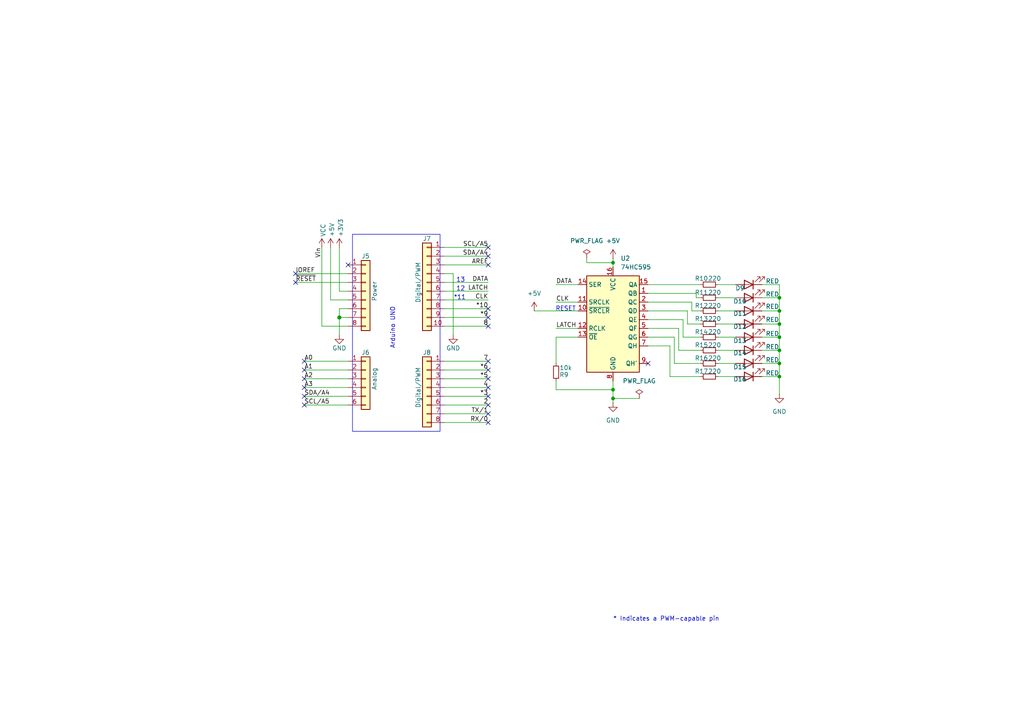
<source format=kicad_sch>
(kicad_sch (version 20231120) (generator "eeschema") (generator_version "8.0")
  (paper "A4")
  (title_block (date "mar. 31 mars 2015"))
  (lib_symbols
    (symbol "+5V_1" (power) (pin_numbers hide) (pin_names (offset 0) hide)
      (property "Value" "+5V" (at 0 3.556 0))
      (symbol "+5V_1_0_1"
        (polyline (pts (xy -0.762 1.27) (xy 0 2.54)))
        (polyline (pts (xy 0 0) (xy 0 2.54)))
        (polyline (pts (xy 0 2.54) (xy 0.762 1.27)))
      )
      (symbol "+5V_1_1_1"
        (pin power_in line (at 0 0 90) (length 0) (name "~") (number "1"))
      )
    )
    (symbol "+5V_2" (power) (pin_numbers hide) (pin_names (offset 0) hide)
      (property "Value" "+5V" (at 0 3.556 0))
      (symbol "+5V_2_0_1"
        (polyline (pts (xy -0.762 1.27) (xy 0 2.54)))
        (polyline (pts (xy 0 0) (xy 0 2.54)))
        (polyline (pts (xy 0 2.54) (xy 0.762 1.27)))
      )
      (symbol "+5V_2_1_1"
        (pin power_in line (at 0 0 90) (length 0) (name "~") (number "1"))
      )
    )
    (symbol "74xx:74HC595"
      (property "Reference" "U" (at -7.62 13.97 0))
      (property "Value" "74HC595" (at -7.62 -16.51 0))
      (symbol "74HC595_1_0"
        (pin tri_state line (at 10.16 7.62 180) (length 2.54) (name "QB") (number "1"))
        (pin input line (at -10.16 2.54 0) (length 2.54) (name "~{SRCLR}") (number "10"))
        (pin input line (at -10.16 5.08 0) (length 2.54) (name "SRCLK") (number "11"))
        (pin input line (at -10.16 -2.54 0) (length 2.54) (name "RCLK") (number "12"))
        (pin input line (at -10.16 -5.08 0) (length 2.54) (name "~{OE}") (number "13"))
        (pin input line (at -10.16 10.16 0) (length 2.54) (name "SER") (number "14"))
        (pin tri_state line (at 10.16 10.16 180) (length 2.54) (name "QA") (number "15"))
        (pin power_in line (at 0 15.24 270) (length 2.54) (name "VCC") (number "16"))
        (pin tri_state line (at 10.16 5.08 180) (length 2.54) (name "QC") (number "2"))
        (pin tri_state line (at 10.16 2.54 180) (length 2.54) (name "QD") (number "3"))
        (pin tri_state line (at 10.16 0 180) (length 2.54) (name "QE") (number "4"))
        (pin tri_state line (at 10.16 -2.54 180) (length 2.54) (name "QF") (number "5"))
        (pin tri_state line (at 10.16 -5.08 180) (length 2.54) (name "QG") (number "6"))
        (pin tri_state line (at 10.16 -7.62 180) (length 2.54) (name "QH") (number "7"))
        (pin power_in line (at 0 -17.78 90) (length 2.54) (name "GND") (number "8"))
        (pin output line (at 10.16 -12.7 180) (length 2.54) (name "QH'") (number "9"))
      )
      (symbol "74HC595_1_1"
        (rectangle (start -7.62 12.7) (end 7.62 -15.24) (stroke (width 0.254)) (fill (type background)))
      )
    )
    (symbol "Connector_Generic:Conn_01x06" (pin_names (offset 1.016) hide)
      (property "Reference" "J" (at 0 7.62 0))
      (property "Value" "Conn_01x06" (at 0 -10.16 0))
      (symbol "Conn_01x06_1_1"
        (rectangle (start -1.27 -7.493) (end 0 -7.747) (stroke (width 0.1524)))
        (rectangle (start -1.27 -4.953) (end 0 -5.207) (stroke (width 0.1524)))
        (rectangle (start -1.27 -2.413) (end 0 -2.667) (stroke (width 0.1524)))
        (rectangle (start -1.27 0.127) (end 0 -0.127) (stroke (width 0.1524)))
        (rectangle (start -1.27 2.667) (end 0 2.413) (stroke (width 0.1524)))
        (rectangle (start -1.27 5.207) (end 0 4.953) (stroke (width 0.1524)))
        (rectangle (start -1.27 6.35) (end 1.27 -8.89) (stroke (width 0.254)) (fill (type background)))
        (pin passive line (at -5.08 5.08 0) (length 3.81) (name "Pin_1") (number "1"))
        (pin passive line (at -5.08 2.54 0) (length 3.81) (name "Pin_2") (number "2"))
        (pin passive line (at -5.08 0 0) (length 3.81) (name "Pin_3") (number "3"))
        (pin passive line (at -5.08 -2.54 0) (length 3.81) (name "Pin_4") (number "4"))
        (pin passive line (at -5.08 -5.08 0) (length 3.81) (name "Pin_5") (number "5"))
        (pin passive line (at -5.08 -7.62 0) (length 3.81) (name "Pin_6") (number "6"))
      )
    )
    (symbol "Connector_Generic:Conn_01x08" (pin_names (offset 1.016) hide)
      (property "Reference" "J" (at 0 10.16 0))
      (property "Value" "Conn_01x08" (at 0 -12.7 0))
      (symbol "Conn_01x08_1_1"
        (rectangle (start -1.27 -10.033) (end 0 -10.287) (stroke (width 0.1524)))
        (rectangle (start -1.27 -7.493) (end 0 -7.747) (stroke (width 0.1524)))
        (rectangle (start -1.27 -4.953) (end 0 -5.207) (stroke (width 0.1524)))
        (rectangle (start -1.27 -2.413) (end 0 -2.667) (stroke (width 0.1524)))
        (rectangle (start -1.27 0.127) (end 0 -0.127) (stroke (width 0.1524)))
        (rectangle (start -1.27 2.667) (end 0 2.413) (stroke (width 0.1524)))
        (rectangle (start -1.27 5.207) (end 0 4.953) (stroke (width 0.1524)))
        (rectangle (start -1.27 7.747) (end 0 7.493) (stroke (width 0.1524)))
        (rectangle (start -1.27 8.89) (end 1.27 -11.43) (stroke (width 0.254)) (fill (type background)))
        (pin passive line (at -5.08 7.62 0) (length 3.81) (name "Pin_1") (number "1"))
        (pin passive line (at -5.08 5.08 0) (length 3.81) (name "Pin_2") (number "2"))
        (pin passive line (at -5.08 2.54 0) (length 3.81) (name "Pin_3") (number "3"))
        (pin passive line (at -5.08 0 0) (length 3.81) (name "Pin_4") (number "4"))
        (pin passive line (at -5.08 -2.54 0) (length 3.81) (name "Pin_5") (number "5"))
        (pin passive line (at -5.08 -5.08 0) (length 3.81) (name "Pin_6") (number "6"))
        (pin passive line (at -5.08 -7.62 0) (length 3.81) (name "Pin_7") (number "7"))
        (pin passive line (at -5.08 -10.16 0) (length 3.81) (name "Pin_8") (number "8"))
      )
    )
    (symbol "Connector_Generic:Conn_01x10" (pin_names (offset 1.016) hide)
      (property "Reference" "J" (at 0 12.7 0))
      (property "Value" "Conn_01x10" (at 0 -15.24 0))
      (symbol "Conn_01x10_1_1"
        (rectangle (start -1.27 -12.573) (end 0 -12.827) (stroke (width 0.1524)))
        (rectangle (start -1.27 -10.033) (end 0 -10.287) (stroke (width 0.1524)))
        (rectangle (start -1.27 -7.493) (end 0 -7.747) (stroke (width 0.1524)))
        (rectangle (start -1.27 -4.953) (end 0 -5.207) (stroke (width 0.1524)))
        (rectangle (start -1.27 -2.413) (end 0 -2.667) (stroke (width 0.1524)))
        (rectangle (start -1.27 0.127) (end 0 -0.127) (stroke (width 0.1524)))
        (rectangle (start -1.27 2.667) (end 0 2.413) (stroke (width 0.1524)))
        (rectangle (start -1.27 5.207) (end 0 4.953) (stroke (width 0.1524)))
        (rectangle (start -1.27 7.747) (end 0 7.493) (stroke (width 0.1524)))
        (rectangle (start -1.27 10.287) (end 0 10.033) (stroke (width 0.1524)))
        (rectangle (start -1.27 11.43) (end 1.27 -13.97) (stroke (width 0.254)) (fill (type background)))
        (pin passive line (at -5.08 10.16 0) (length 3.81) (name "Pin_1") (number "1"))
        (pin passive line (at -5.08 -12.7 0) (length 3.81) (name "Pin_10") (number "10"))
        (pin passive line (at -5.08 7.62 0) (length 3.81) (name "Pin_2") (number "2"))
        (pin passive line (at -5.08 5.08 0) (length 3.81) (name "Pin_3") (number "3"))
        (pin passive line (at -5.08 2.54 0) (length 3.81) (name "Pin_4") (number "4"))
        (pin passive line (at -5.08 0 0) (length 3.81) (name "Pin_5") (number "5"))
        (pin passive line (at -5.08 -2.54 0) (length 3.81) (name "Pin_6") (number "6"))
        (pin passive line (at -5.08 -5.08 0) (length 3.81) (name "Pin_7") (number "7"))
        (pin passive line (at -5.08 -7.62 0) (length 3.81) (name "Pin_8") (number "8"))
        (pin passive line (at -5.08 -10.16 0) (length 3.81) (name "Pin_9") (number "9"))
      )
    )
    (symbol "Device:LED" (pin_numbers hide) (pin_names (offset 1.016) hide)
      (property "Reference" "D" (at 0 2.54 0))
      (property "Value" "LED" (at 0 -2.54 0))
      (symbol "LED_0_1"
        (polyline (pts (xy -1.27 -1.27) (xy -1.27 1.27)) (stroke (width 0.254)))
        (polyline (pts (xy -1.27 0) (xy 1.27 0)))
        (polyline (pts (xy 1.27 -1.27) (xy 1.27 1.27) (xy -1.27 0) (xy 1.27 -1.27)) (stroke (width 0.254)))
        (polyline (pts (xy -3.048 -0.762) (xy -4.572 -2.286) (xy -3.81 -2.286) (xy -4.572 -2.286) (xy -4.572 -1.524)))
        (polyline (pts (xy -1.778 -0.762) (xy -3.302 -2.286) (xy -2.54 -2.286) (xy -3.302 -2.286) (xy -3.302 -1.524)))
      )
      (symbol "LED_1_1"
        (pin passive line (at -3.81 0 0) (length 2.54) (name "K") (number "1"))
        (pin passive line (at 3.81 0 180) (length 2.54) (name "A") (number "2"))
      )
    )
    (symbol "Device:R_Small" (pin_numbers hide) (pin_names (offset 0.254) hide)
      (property "Reference" "R" (at 0.762 0.508 0))
      (property "Value" "R_Small" (at 0.762 -1.016 0))
      (symbol "R_Small_0_1"
        (rectangle (start -0.762 1.778) (end 0.762 -1.778) (stroke (width 0.2032)))
      )
      (symbol "R_Small_1_1"
        (pin passive line (at 0 2.54 270) (length 0.762) (name "~") (number "1"))
        (pin passive line (at 0 -2.54 90) (length 0.762) (name "~") (number "2"))
      )
    )
    (symbol "GND_2" (power) (pin_numbers hide) (pin_names (offset 0) hide)
      (property "Value" "GND" (at 0 -3.81 0))
      (symbol "GND_2_0_1"
        (polyline (pts (xy 0 0) (xy 0 -1.27) (xy 1.27 -1.27) (xy 0 -2.54) (xy -1.27 -1.27) (xy 0 -1.27)))
      )
      (symbol "GND_2_1_1"
        (pin power_in line (at 0 0 270) (length 0) (name "~") (number "1"))
      )
    )
    (symbol "power:+3V3" (power) (pin_names (offset 0))
      (property "Value" "+3V3" (at 0 3.556 0))
      (symbol "+3V3_0_1"
        (polyline (pts (xy -0.762 1.27) (xy 0 2.54)))
        (polyline (pts (xy 0 0) (xy 0 2.54)))
        (polyline (pts (xy 0 2.54) (xy 0.762 1.27)))
      )
      (symbol "+3V3_1_1"
        (pin power_in line (at 0 0 90) (length 0) hide (name "+3V3") (number "1"))
      )
    )
    (symbol "power:+5V" (power) (pin_names (offset 0))
      (property "Value" "+5V" (at 0 3.556 0))
      (symbol "+5V_0_1"
        (polyline (pts (xy -0.762 1.27) (xy 0 2.54)))
        (polyline (pts (xy 0 0) (xy 0 2.54)))
        (polyline (pts (xy 0 2.54) (xy 0.762 1.27)))
      )
      (symbol "+5V_1_1"
        (pin power_in line (at 0 0 90) (length 0) hide (name "+5V") (number "1"))
      )
    )
    (symbol "power:GND" (power) (pin_names (offset 0))
      (property "Value" "GND" (at 0 -3.81 0))
      (symbol "GND_0_1"
        (polyline (pts (xy 0 0) (xy 0 -1.27) (xy 1.27 -1.27) (xy 0 -2.54) (xy -1.27 -1.27) (xy 0 -1.27)))
      )
      (symbol "GND_1_1"
        (pin power_in line (at 0 0 270) (length 0) hide (name "GND") (number "1"))
      )
    )
    (symbol "power:PWR_FLAG" (power) (pin_numbers hide) (pin_names (offset 0) hide)
      (property "Value" "PWR_FLAG" (at 0 3.81 0))
      (symbol "PWR_FLAG_0_0"
        (pin power_out line (at 0 0 90) (length 0) (name "~") (number "1"))
      )
      (symbol "PWR_FLAG_0_1"
        (polyline (pts (xy 0 0) (xy 0 1.27) (xy -1.016 1.905) (xy 0 2.54) (xy 1.016 1.905) (xy 0 1.27)))
      )
    )
    (symbol "power:VCC" (power) (pin_names (offset 0))
      (property "Value" "VCC" (at 0 3.81 0))
      (symbol "VCC_0_1"
        (polyline (pts (xy -0.762 1.27) (xy 0 2.54)))
        (polyline (pts (xy 0 0) (xy 0 2.54)))
        (polyline (pts (xy 0 2.54) (xy 0.762 1.27)))
      )
      (symbol "VCC_1_1"
        (pin power_in line (at 0 0 90) (length 0) hide (name "VCC") (number "1"))
      )
    )
  )
  (junction (at 226.06 90.17))
  (junction (at 226.06 109.22))
  (junction (at 226.06 101.6))
  (junction (at 226.06 86.36))
  (junction (at 226.06 105.41))
  (junction (at 177.8 115.57))
  (junction (at 177.8 76.2))
  (junction (at 226.06 93.98))
  (junction (at 177.8 113.03))
  (junction (at 226.06 97.79))
  (junction (at 98.425 92.075) (diameter 1.016))
  (no_connect (at 88.265 117.475))
  (no_connect (at 141.605 117.475))
  (no_connect (at 141.605 76.835))
  (no_connect (at 88.265 109.855))
  (no_connect (at 141.605 94.615))
  (no_connect (at 141.605 92.075))
  (no_connect (at 141.605 74.295))
  (no_connect (at 141.605 114.935))
  (no_connect (at 88.265 107.315))
  (no_connect (at 187.96 105.41))
  (no_connect (at 141.605 107.315))
  (no_connect (at 88.265 114.935))
  (no_connect (at 141.605 120.015))
  (no_connect (at 141.605 109.855))
  (no_connect (at 141.605 112.395))
  (no_connect (at 85.725 81.915))
  (no_connect (at 88.265 104.775))
  (no_connect (at 100.965 76.835))
  (no_connect (at 141.605 104.775))
  (no_connect (at 141.605 89.535))
  (no_connect (at 88.265 112.395))
  (no_connect (at 141.605 122.555))
  (no_connect (at 141.605 71.755))
  (no_connect (at 85.725 79.375))
  (wire (pts (xy 177.8 115.57) (xy 185.42 115.57)))
  (wire (pts (xy 128.905 104.775) (xy 141.605 104.775)))
  (wire (pts (xy 98.425 92.075) (xy 98.425 97.155)))
  (wire (pts (xy 100.965 92.075) (xy 98.425 92.075)))
  (wire (pts (xy 161.29 110.49) (xy 161.29 113.03)))
  (wire (pts (xy 187.96 82.55) (xy 203.2 82.55)))
  (wire (pts (xy 208.28 97.79) (xy 213.36 97.79)))
  (wire (pts (xy 128.905 107.315) (xy 141.605 107.315)))
  (wire (pts (xy 93.345 94.615) (xy 93.345 71.755)))
  (wire (pts (xy 220.98 101.6) (xy 226.06 101.6)))
  (wire (pts (xy 199.39 93.98) (xy 203.2 93.98)))
  (wire (pts (xy 98.425 71.755) (xy 98.425 84.455)))
  (wire (pts (xy 128.905 86.995) (xy 141.605 86.995)))
  (wire (pts (xy 220.98 86.36) (xy 226.06 86.36)))
  (wire (pts (xy 100.965 104.775) (xy 88.265 104.775)))
  (wire (pts (xy 128.905 92.075) (xy 141.605 92.075)))
  (wire (pts (xy 131.445 79.375) (xy 131.445 97.155)))
  (wire (pts (xy 128.905 74.295) (xy 141.605 74.295)))
  (wire (pts (xy 128.905 122.555) (xy 141.605 122.555)))
  (wire (pts (xy 208.28 82.55) (xy 213.36 82.55)))
  (wire (pts (xy 220.98 90.17) (xy 226.06 90.17)))
  (wire (pts (xy 187.96 100.33) (xy 194.31 100.33)))
  (wire (pts (xy 208.28 105.41) (xy 213.36 105.41)))
  (wire (pts (xy 161.29 82.55) (xy 167.64 82.55)))
  (wire (pts (xy 226.06 109.22) (xy 226.06 114.3)))
  (wire (pts (xy 199.39 90.17) (xy 199.39 93.98)))
  (wire (pts (xy 196.85 95.25) (xy 196.85 101.6)))
  (wire (pts (xy 187.96 90.17) (xy 199.39 90.17)))
  (wire (pts (xy 201.93 86.36) (xy 203.2 86.36)))
  (wire (pts (xy 220.98 105.41) (xy 226.06 105.41)))
  (wire (pts (xy 194.31 109.22) (xy 203.2 109.22)))
  (wire (pts (xy 220.98 93.98) (xy 226.06 93.98)))
  (wire (pts (xy 161.29 87.63) (xy 167.64 87.63)))
  (wire (pts (xy 177.8 116.84) (xy 177.8 115.57)))
  (wire (pts (xy 226.06 82.55) (xy 226.06 86.36)))
  (wire (pts (xy 177.8 113.03) (xy 177.8 110.49)))
  (wire (pts (xy 100.965 94.615) (xy 93.345 94.615)))
  (wire (pts (xy 100.965 109.855) (xy 88.265 109.855)))
  (wire (pts (xy 187.96 95.25) (xy 196.85 95.25)))
  (wire (pts (xy 154.94 90.17) (xy 167.64 90.17)))
  (wire (pts (xy 170.18 76.2) (xy 177.8 76.2)))
  (wire (pts (xy 98.425 84.455) (xy 100.965 84.455)))
  (wire (pts (xy 220.98 82.55) (xy 226.06 82.55)))
  (wire (pts (xy 100.965 114.935) (xy 88.265 114.935)))
  (wire (pts (xy 187.96 92.71) (xy 198.12 92.71)))
  (wire (pts (xy 88.265 112.395) (xy 100.965 112.395)))
  (wire (pts (xy 161.29 97.79) (xy 161.29 105.41)))
  (wire (pts (xy 208.28 93.98) (xy 213.36 93.98)))
  (wire (pts (xy 128.905 71.755) (xy 141.605 71.755)))
  (wire (pts (xy 85.725 79.375) (xy 100.965 79.375)))
  (wire (pts (xy 128.905 81.915) (xy 141.605 81.915)))
  (wire (pts (xy 198.12 92.71) (xy 198.12 97.79)))
  (wire (pts (xy 220.98 97.79) (xy 226.06 97.79)))
  (wire (pts (xy 100.965 89.535) (xy 98.425 89.535)))
  (wire (pts (xy 195.58 105.41) (xy 203.2 105.41)))
  (wire (pts (xy 194.31 100.33) (xy 194.31 109.22)))
  (wire (pts (xy 128.905 120.015) (xy 141.605 120.015)))
  (wire (pts (xy 187.96 85.09) (xy 201.93 85.09)))
  (wire (pts (xy 200.66 90.17) (xy 203.2 90.17)))
  (wire (pts (xy 177.8 115.57) (xy 177.8 113.03)))
  (wire (pts (xy 88.265 107.315) (xy 100.965 107.315)))
  (wire (pts (xy 196.85 101.6) (xy 203.2 101.6)))
  (wire (pts (xy 98.425 89.535) (xy 98.425 92.075)))
  (wire (pts (xy 208.28 101.6) (xy 213.36 101.6)))
  (wire (pts (xy 88.265 117.475) (xy 100.965 117.475)))
  (wire (pts (xy 226.06 97.79) (xy 226.06 101.6)))
  (wire (pts (xy 161.29 95.25) (xy 167.64 95.25)))
  (wire (pts (xy 161.29 97.79) (xy 167.64 97.79)))
  (wire (pts (xy 187.96 87.63) (xy 200.66 87.63)))
  (wire (pts (xy 161.29 113.03) (xy 177.8 113.03)))
  (wire (pts (xy 226.06 101.6) (xy 226.06 105.41)))
  (wire (pts (xy 226.06 90.17) (xy 226.06 93.98)))
  (wire (pts (xy 128.905 117.475) (xy 141.605 117.475)))
  (wire (pts (xy 85.725 81.915) (xy 100.965 81.915)))
  (wire (pts (xy 177.8 74.93) (xy 177.8 76.2)))
  (wire (pts (xy 170.18 74.93) (xy 170.18 76.2)))
  (wire (pts (xy 198.12 97.79) (xy 203.2 97.79)))
  (wire (pts (xy 208.28 109.22) (xy 213.36 109.22)))
  (wire (pts (xy 128.905 94.615) (xy 141.605 94.615)))
  (wire (pts (xy 226.06 109.22) (xy 220.98 109.22)))
  (wire (pts (xy 128.905 76.835) (xy 141.605 76.835)))
  (wire (pts (xy 226.06 105.41) (xy 226.06 109.22)))
  (wire (pts (xy 128.905 79.375) (xy 131.445 79.375)))
  (wire (pts (xy 200.66 87.63) (xy 200.66 90.17)))
  (wire (pts (xy 226.06 86.36) (xy 226.06 90.17)))
  (wire (pts (xy 128.905 114.935) (xy 141.605 114.935)))
  (wire (pts (xy 226.06 93.98) (xy 226.06 97.79)))
  (wire (pts (xy 95.885 86.995) (xy 100.965 86.995)))
  (wire (pts (xy 177.8 76.2) (xy 177.8 77.47)))
  (wire (pts (xy 208.28 90.17) (xy 213.36 90.17)))
  (wire (pts (xy 128.905 84.455) (xy 141.605 84.455)))
  (wire (pts (xy 187.96 97.79) (xy 195.58 97.79)))
  (wire (pts (xy 128.905 112.395) (xy 141.605 112.395)))
  (wire (pts (xy 128.905 109.855) (xy 141.605 109.855)))
  (wire (pts (xy 201.93 85.09) (xy 201.93 86.36)))
  (wire (pts (xy 128.905 89.535) (xy 141.605 89.535)))
  (wire (pts (xy 208.28 86.36) (xy 213.36 86.36)))
  (wire (pts (xy 95.885 71.755) (xy 95.885 86.995)))
  (wire (pts (xy 195.58 97.79) (xy 195.58 105.41)))
  (rectangle (start 127.635 67.945) (end 102.235 125.095))
  (text "*11" (at 133.35 86.36 0) (effects (font (size 1.27 1.27))))
  (text "12" (at 133.604 83.82 0) (effects (font (size 1.27 1.27))))
  (text "Arduino UNO" (at 113.919 95.123 90) (effects (font (size 1.27 1.27))))
  (text "RESET" (at 164.084 89.662 0) (effects (font (size 1.27 1.27))))
  (text "13" (at 133.604 81.28 0) (effects (font (size 1.27 1.27))))
  (text "* Indicates a PWM-capable pin" (at 177.8 180.34 0) (effects (font (size 1.27 1.27)) (justify left bottom)))
  (label "CLK" (at 161.29 87.63 0))
  (label "DATA" (at 161.29 82.55 0))
  (label "~{RESET}" (at 85.725 81.915 0))
  (label "7" (at 141.605 104.775 180))
  (label "IOREF" (at 85.725 79.375 0))
  (label "TX{slash}1" (at 141.605 120.015 180))
  (label "SDA{slash}A4" (at 141.605 74.295 180))
  (label "RX{slash}0" (at 141.605 122.555 180))
  (label "4" (at 141.605 112.395 180))
  (label "A1" (at 88.265 107.315 0))
  (label "SCL{slash}A5" (at 88.265 117.475 0))
  (label "DATA" (at 141.605 81.915 180))
  (label "LATCH" (at 161.29 95.25 0))
  (label "*3" (at 141.605 114.935 180))
  (label "*9" (at 141.605 92.075 180))
  (label "SCL{slash}A5" (at 141.605 71.755 180))
  (label "SDA{slash}A4" (at 88.265 114.935 0))
  (label "A3" (at 88.265 112.395 0))
  (label "AREF" (at 141.605 76.835 180))
  (label "*10" (at 141.605 89.535 180))
  (label "LATCH" (at 141.605 84.455 180))
  (label "Vin" (at 93.345 71.755 270))
  (label "8" (at 141.605 94.615 180))
  (label "2" (at 141.605 117.475 180))
  (label "A2" (at 88.265 109.855 0))
  (label "*5" (at 141.605 109.855 180))
  (label "*6" (at 141.605 107.315 180))
  (label "A0" (at 88.265 104.775 0))
  (label "CLK" (at 141.605 86.995 180))
  (symbol (lib_id "Device:R_Small") (at 161.29 107.95 180) (unit 1)
    (property "Reference" "R9" (at 163.576 108.712 0))
    (property "Value" "10k" (at 164.084 106.68 0))
    (property "Description" "Resistor, small symbol" (effects (hide yes)))
  )
  (symbol (lib_id "Connector_Generic:Conn_01x10") (at 123.825 81.915 0) (mirror y) (unit 1)
    (property "Reference" "J7" (at 123.825 69.215 0))
    (property "Value" "Digital/PWM" (at 121.285 81.915 90))
    (property "Footprint" "Connector_PinSocket_2.54mm:PinSocket_1x10_P2.54mm_Vertical" (effects (hide yes)))
  )
  (symbol (lib_name "+5V_1") (lib_id "power:+5V") (at 177.8 74.93 0) (unit 1)
    (property "Reference" "#PWR17" (effects (hide yes)))
    (property "Value" "+5V" (at 177.8 69.85 0))
    (property "Description" "Power symbol creates a global label with name \"+5V\"" (effects (hide yes)))
  )
  (symbol (lib_id "power:+5V") (at 95.885 71.755 0) (unit 1)
    (property "Reference" "#PWR12" (effects (hide yes)))
    (property "Value" "+5V" (at 96.2406 68.707 90) (effects (justify left)))
  )
  (symbol (lib_name "GND_2") (lib_id "power:GND") (at 226.06 114.3 0) (unit 1)
    (property "Reference" "#PWR19" (effects (hide yes)))
    (property "Value" "GND" (at 226.06 119.38 0))
    (property "Description" "Power symbol creates a global label with name \"GND\" , ground" (effects (hide yes)))
  )
  (symbol (lib_id "Device:LED") (at 217.17 97.79 180) (unit 1)
    (property "Reference" "D13" (at 214.63 98.806 0))
    (property "Value" "RED" (at 224.028 96.774 0))
    (property "Description" "Light emitting diode" (effects (hide yes)))
  )
  (symbol (lib_id "Device:LED") (at 217.17 90.17 180) (unit 1)
    (property "Reference" "D11" (at 214.63 90.932 0))
    (property "Value" "RED" (at 224.028 88.9 0))
    (property "Description" "Light emitting diode" (effects (hide yes)))
  )
  (symbol (lib_id "Device:LED") (at 217.17 105.41 180) (unit 1)
    (property "Reference" "D15" (at 214.63 106.426 0))
    (property "Value" "RED" (at 224.028 104.394 0))
    (property "Description" "Light emitting diode" (effects (hide yes)))
  )
  (symbol (lib_id "power:VCC") (at 93.345 71.755 0) (unit 1)
    (property "Reference" "#PWR11" (effects (hide yes)))
    (property "Value" "VCC" (at 93.726 68.707 90) (effects (justify left)))
  )
  (symbol (lib_id "Device:R_Small") (at 205.74 82.55 90) (unit 1)
    (property "Reference" "R10" (at 203.454 80.772 90))
    (property "Value" "220" (at 207.264 80.772 90))
    (property "Description" "Resistor, small symbol" (effects (hide yes)))
  )
  (symbol (lib_name "GND_2") (lib_id "power:GND") (at 177.8 116.84 0) (unit 1)
    (property "Reference" "#PWR18" (effects (hide yes)))
    (property "Value" "GND" (at 177.8 121.92 0))
    (property "Description" "Power symbol creates a global label with name \"GND\" , ground" (effects (hide yes)))
  )
  (symbol (lib_id "power:+3V3") (at 98.425 71.755 0) (unit 1)
    (property "Reference" "#PWR13" (effects (hide yes)))
    (property "Value" "+3V3" (at 98.806 68.707 90) (effects (justify left)))
  )
  (symbol (lib_id "Device:R_Small") (at 205.74 101.6 90) (unit 1)
    (property "Reference" "R15" (at 203.454 100.076 90))
    (property "Value" "220" (at 207.264 100.076 90))
    (property "Description" "Resistor, small symbol" (effects (hide yes)))
  )
  (symbol (lib_id "Connector_Generic:Conn_01x06") (at 106.045 109.855 0) (unit 1)
    (property "Reference" "J6" (at 106.045 102.235 0))
    (property "Value" "Analog" (at 108.585 109.855 90))
    (property "Footprint" "Connector_PinSocket_2.54mm:PinSocket_1x06_P2.54mm_Vertical" (effects (hide yes)))
  )
  (symbol (lib_id "74xx:74HC595") (at 177.8 92.71 0) (unit 1)
    (property "Reference" "U2" (at 179.9941 74.93 0) (effects (justify left)))
    (property "Value" "74HC595" (at 179.9941 77.47 0) (effects (justify left)))
    (property "Datasheet" "http://www.ti.com/lit/ds/symlink/sn74hc595.pdf" (effects (hide yes)))
    (property "Description" "8-bit serial in/out Shift Register 3-State Outputs" (effects (hide yes)))
  )
  (symbol (lib_id "Device:LED") (at 217.17 86.36 180) (unit 1)
    (property "Reference" "D10" (at 214.63 87.376 0))
    (property "Value" "RED" (at 224.028 85.344 0))
    (property "Description" "Light emitting diode" (effects (hide yes)))
  )
  (symbol (lib_id "Device:LED") (at 217.17 109.22 180) (unit 1)
    (property "Reference" "D16" (at 214.63 109.982 0))
    (property "Value" "RED" (at 224.028 108.204 0))
    (property "Description" "Light emitting diode" (effects (hide yes)))
  )
  (symbol (lib_id "power:GND") (at 98.425 97.155 0) (unit 1)
    (property "Reference" "#PWR14" (effects (hide yes)))
    (property "Value" "GND" (at 98.425 100.965 0))
  )
  (symbol (lib_id "Device:R_Small") (at 205.74 109.22 90) (unit 1)
    (property "Reference" "R17" (at 203.454 107.696 90))
    (property "Value" "220" (at 207.264 107.696 90))
    (property "Description" "Resistor, small symbol" (effects (hide yes)))
  )
  (symbol (lib_id "Device:R_Small") (at 205.74 86.36 90) (unit 1)
    (property "Reference" "R11" (at 203.454 84.836 90))
    (property "Value" "220" (at 207.264 84.836 90))
    (property "Description" "Resistor, small symbol" (effects (hide yes)))
  )
  (symbol (lib_id "Device:R_Small") (at 205.74 97.79 90) (unit 1)
    (property "Reference" "R14" (at 203.454 96.266 90))
    (property "Value" "220" (at 207.264 96.266 90))
    (property "Description" "Resistor, small symbol" (effects (hide yes)))
  )
  (symbol (lib_id "Device:R_Small") (at 205.74 105.41 90) (unit 1)
    (property "Reference" "R16" (at 203.454 103.886 90))
    (property "Value" "220" (at 207.264 103.886 90))
    (property "Description" "Resistor, small symbol" (effects (hide yes)))
  )
  (symbol (lib_id "Device:LED") (at 217.17 93.98 180) (unit 1)
    (property "Reference" "D12" (at 214.63 94.742 0))
    (property "Value" "RED" (at 224.028 92.71 0))
    (property "Description" "Light emitting diode" (effects (hide yes)))
  )
  (symbol (lib_id "Device:R_Small") (at 205.74 93.98 90) (unit 1)
    (property "Reference" "R13" (at 203.454 92.456 90))
    (property "Value" "220" (at 207.264 92.456 90))
    (property "Description" "Resistor, small symbol" (effects (hide yes)))
  )
  (symbol (lib_id "power:PWR_FLAG") (at 170.18 74.93 0) (unit 1)
    (property "Reference" "#FLG1" (effects (hide yes)))
    (property "Value" "PWR_FLAG" (at 170.18 69.85 0))
    (property "Description" "Special symbol for telling ERC where power comes from" (effects (hide yes)))
  )
  (symbol (lib_id "Device:LED") (at 217.17 101.6 180) (unit 1)
    (property "Reference" "D14" (at 214.63 102.362 0))
    (property "Value" "RED" (at 224.028 100.584 0))
    (property "Description" "Light emitting diode" (effects (hide yes)))
  )
  (symbol (lib_id "power:PWR_FLAG") (at 185.42 115.57 0) (unit 1)
    (property "Reference" "#FLG2" (effects (hide yes)))
    (property "Value" "PWR_FLAG" (at 185.42 110.49 0))
    (property "Description" "Special symbol for telling ERC where power comes from" (effects (hide yes)))
  )
  (symbol (lib_id "power:GND") (at 131.445 97.155 0) (unit 1)
    (property "Reference" "#PWR15" (effects (hide yes)))
    (property "Value" "GND" (at 131.445 100.965 0))
  )
  (symbol (lib_id "Device:LED") (at 217.17 82.55 180) (unit 1)
    (property "Reference" "D9" (at 214.63 83.566 0))
    (property "Value" "RED" (at 224.028 81.534 0))
    (property "Description" "Light emitting diode" (effects (hide yes)))
  )
  (symbol (lib_name "+5V_2") (lib_id "power:+5V") (at 154.94 90.17 0) (unit 1)
    (property "Reference" "#PWR16" (effects (hide yes)))
    (property "Value" "+5V" (at 154.94 85.09 0))
    (property "Description" "Power symbol creates a global label with name \"+5V\"" (effects (hide yes)))
  )
  (symbol (lib_id "Connector_Generic:Conn_01x08") (at 123.825 112.395 0) (mirror y) (unit 1)
    (property "Reference" "J8" (at 123.825 102.235 0))
    (property "Value" "Digital/PWM" (at 121.285 112.395 90))
    (property "Footprint" "Connector_PinSocket_2.54mm:PinSocket_1x08_P2.54mm_Vertical" (effects (hide yes)))
  )
  (symbol (lib_id "Connector_Generic:Conn_01x08") (at 106.045 84.455 0) (unit 1)
    (property "Reference" "J5" (at 106.045 74.295 0))
    (property "Value" "Power" (at 108.585 84.455 90))
    (property "Footprint" "Connector_PinSocket_2.54mm:PinSocket_1x08_P2.54mm_Vertical" (effects (hide yes)))
  )
  (symbol (lib_id "Device:R_Small") (at 205.74 90.17 90) (unit 1)
    (property "Reference" "R12" (at 203.454 88.646 90))
    (property "Value" "220" (at 207.264 88.646 90))
    (property "Description" "Resistor, small symbol" (effects (hide yes)))
  )
)
</source>
